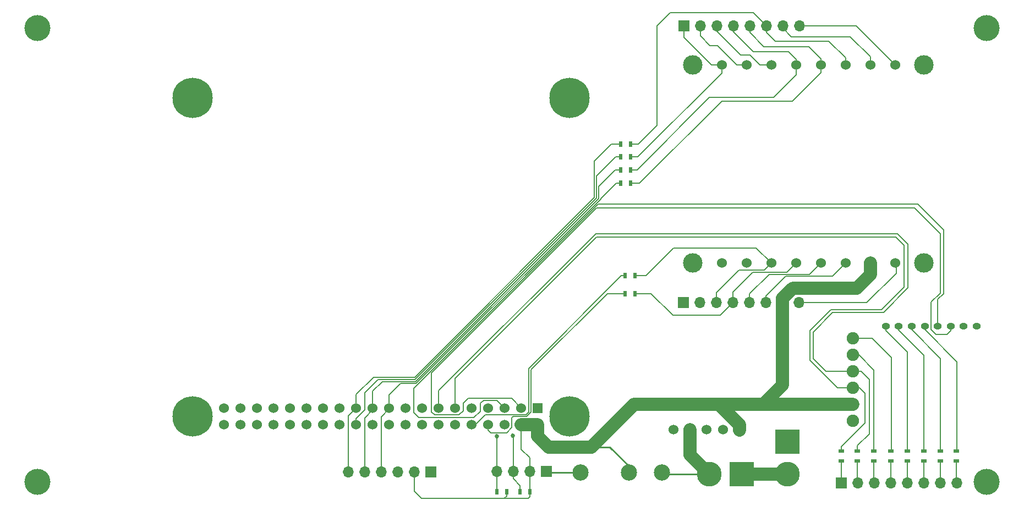
<source format=gtl>
G04 #@! TF.GenerationSoftware,KiCad,Pcbnew,(5.1.10)-1*
G04 #@! TF.CreationDate,2022-04-17T04:08:04-07:00*
G04 #@! TF.ProjectId,DevelopmentBoard,44657665-6c6f-4706-9d65-6e74426f6172,rev?*
G04 #@! TF.SameCoordinates,Original*
G04 #@! TF.FileFunction,Copper,L1,Top*
G04 #@! TF.FilePolarity,Positive*
%FSLAX46Y46*%
G04 Gerber Fmt 4.6, Leading zero omitted, Abs format (unit mm)*
G04 Created by KiCad (PCBNEW (5.1.10)-1) date 2022-04-17 04:08:04*
%MOMM*%
%LPD*%
G01*
G04 APERTURE LIST*
G04 #@! TA.AperFunction,ComponentPad*
%ADD10C,1.524000*%
G04 #@! TD*
G04 #@! TA.AperFunction,ComponentPad*
%ADD11R,1.524000X1.524000*%
G04 #@! TD*
G04 #@! TA.AperFunction,ComponentPad*
%ADD12C,6.200000*%
G04 #@! TD*
G04 #@! TA.AperFunction,ComponentPad*
%ADD13C,3.000000*%
G04 #@! TD*
G04 #@! TA.AperFunction,ComponentPad*
%ADD14O,1.700000X1.700000*%
G04 #@! TD*
G04 #@! TA.AperFunction,ComponentPad*
%ADD15R,1.700000X1.700000*%
G04 #@! TD*
G04 #@! TA.AperFunction,ComponentPad*
%ADD16C,1.900000*%
G04 #@! TD*
G04 #@! TA.AperFunction,ComponentPad*
%ADD17O,1.270000X1.000000*%
G04 #@! TD*
G04 #@! TA.AperFunction,SMDPad,CuDef*
%ADD18R,0.600000X0.900000*%
G04 #@! TD*
G04 #@! TA.AperFunction,SMDPad,CuDef*
%ADD19R,0.900000X0.600000*%
G04 #@! TD*
G04 #@! TA.AperFunction,SMDPad,CuDef*
%ADD20C,2.500000*%
G04 #@! TD*
G04 #@! TA.AperFunction,ComponentPad*
%ADD21C,3.800000*%
G04 #@! TD*
G04 #@! TA.AperFunction,ComponentPad*
%ADD22R,3.800000X3.800000*%
G04 #@! TD*
G04 #@! TA.AperFunction,ViaPad*
%ADD23C,4.000000*%
G04 #@! TD*
G04 #@! TA.AperFunction,ViaPad*
%ADD24C,0.685800*%
G04 #@! TD*
G04 #@! TA.AperFunction,Conductor*
%ADD25C,0.150000*%
G04 #@! TD*
G04 #@! TA.AperFunction,Conductor*
%ADD26C,0.254000*%
G04 #@! TD*
G04 #@! TA.AperFunction,Conductor*
%ADD27C,2.000000*%
G04 #@! TD*
G04 APERTURE END LIST*
D10*
X104613500Y-126633500D03*
X107153500Y-126633500D03*
X109693500Y-126633500D03*
X112233500Y-126633500D03*
X114773500Y-126633500D03*
X117313500Y-126633500D03*
X104613500Y-124093500D03*
X107153500Y-124093500D03*
X109693500Y-124093500D03*
X112233500Y-124093500D03*
X114773500Y-124093500D03*
X117313500Y-124093500D03*
X119853500Y-126633500D03*
X119853500Y-124093500D03*
X122393500Y-126633500D03*
X124933500Y-126633500D03*
X127473500Y-126633500D03*
X130013500Y-126633500D03*
X132553500Y-126633500D03*
X135093500Y-126633500D03*
X122393500Y-124093500D03*
X124933500Y-124093500D03*
X127473500Y-124093500D03*
X130013500Y-124093500D03*
X132553500Y-124093500D03*
X135093500Y-124093500D03*
X137633500Y-126633500D03*
X137633500Y-124093500D03*
X140173500Y-126633500D03*
X142713500Y-126633500D03*
X145253500Y-126633500D03*
X147793500Y-126633500D03*
X150333500Y-126633500D03*
X152873500Y-126633500D03*
X140173500Y-124093500D03*
X142713500Y-124093500D03*
X145253500Y-124093500D03*
X147793500Y-124093500D03*
X150333500Y-124093500D03*
D11*
X152873500Y-124093500D03*
D12*
X157743500Y-125363500D03*
X99743500Y-125363500D03*
X99743500Y-76363500D03*
X157743500Y-76363500D03*
D10*
X196436000Y-71316000D03*
X188816000Y-71316000D03*
X185006000Y-71316000D03*
X200246000Y-71316000D03*
X204056000Y-71316000D03*
X192626000Y-71316000D03*
X181196000Y-71316000D03*
X207866000Y-71316000D03*
X207866000Y-101796000D03*
X204056000Y-101796000D03*
X200246000Y-101796000D03*
X196436000Y-101796000D03*
X181196000Y-101796000D03*
X185006000Y-101796000D03*
X188816000Y-101796000D03*
X192626000Y-101796000D03*
D13*
X212311000Y-71316000D03*
X212311000Y-101796000D03*
X176751000Y-101796000D03*
X176751000Y-71316000D03*
D14*
X193096000Y-107906000D03*
X190556000Y-107906000D03*
X188016000Y-107906000D03*
X185476000Y-107906000D03*
X182936000Y-107906000D03*
X180396000Y-107906000D03*
X177856000Y-107906000D03*
D15*
X175316000Y-107906000D03*
D16*
X201386000Y-115956000D03*
D17*
X218416000Y-111506000D03*
D16*
X201386000Y-121036000D03*
X201386000Y-126116000D03*
D17*
X220416000Y-111506000D03*
D16*
X201386000Y-123576000D03*
D17*
X214416000Y-111506000D03*
D16*
X201386000Y-118496000D03*
X201386000Y-113416000D03*
D17*
X216416000Y-111506000D03*
X206416000Y-111506000D03*
X210416000Y-111506000D03*
X208416000Y-111506000D03*
X212416000Y-111506000D03*
D15*
X154186000Y-133906000D03*
D14*
X151646000Y-133906000D03*
X149106000Y-133906000D03*
X146566000Y-133906000D03*
D18*
X150166000Y-137006000D03*
X151666000Y-137006000D03*
X167816000Y-106506000D03*
X166316000Y-106506000D03*
X146566000Y-137006000D03*
X148066000Y-137006000D03*
X166316000Y-103716000D03*
X167816000Y-103716000D03*
D19*
X217316000Y-132244420D03*
X217316000Y-130744420D03*
X214816000Y-130750200D03*
X214816000Y-132250200D03*
X212266000Y-132242580D03*
X212266000Y-130742580D03*
X209716000Y-130736800D03*
X209716000Y-132236800D03*
X207216000Y-132234960D03*
X207216000Y-130734960D03*
X204616000Y-130734960D03*
X204616000Y-132234960D03*
X202066000Y-132247660D03*
X202066000Y-130747660D03*
X199566000Y-132256000D03*
X199566000Y-130756000D03*
D20*
X171956500Y-134074000D03*
X159466000Y-134006000D03*
X166866000Y-134006000D03*
D10*
X178806000Y-127476000D03*
X181346000Y-127476000D03*
X183896000Y-127486000D03*
X176266000Y-127476000D03*
X173726000Y-127476000D03*
D15*
X199566000Y-135606000D03*
D14*
X202106000Y-135606000D03*
X204646000Y-135606000D03*
X207186000Y-135606000D03*
X209726000Y-135606000D03*
X212266000Y-135606000D03*
X214806000Y-135606000D03*
X217346000Y-135606000D03*
D15*
X136436000Y-133956000D03*
D14*
X133896000Y-133956000D03*
X131356000Y-133956000D03*
X128816000Y-133956000D03*
X126276000Y-133956000D03*
X123736000Y-133956000D03*
D21*
X191266000Y-134306000D03*
D22*
X191266000Y-129306000D03*
X184266000Y-134306000D03*
D21*
X179266000Y-134306000D03*
D15*
X175336000Y-65306000D03*
D14*
X177876000Y-65306000D03*
X180416000Y-65306000D03*
X182956000Y-65306000D03*
X185496000Y-65306000D03*
X188036000Y-65306000D03*
X190576000Y-65306000D03*
X193116000Y-65306000D03*
D18*
X167156000Y-83456000D03*
X165656000Y-83456000D03*
X165668000Y-89504500D03*
X167168000Y-89504500D03*
X165666000Y-87446000D03*
X167166000Y-87446000D03*
X167168000Y-85440500D03*
X165668000Y-85440500D03*
D23*
X75881000Y-135471000D03*
X75881000Y-65621000D03*
X221931000Y-65621000D03*
X221931000Y-135471000D03*
D24*
X146566000Y-128450900D03*
X149066000Y-128406004D03*
D25*
X204616000Y-118256000D02*
X204616000Y-130734960D01*
X202316000Y-115956000D02*
X204616000Y-118256000D01*
X201386000Y-115956000D02*
X202316000Y-115956000D01*
D26*
X154286000Y-134006000D02*
X154186000Y-133906000D01*
X159466000Y-134006000D02*
X154286000Y-134006000D01*
D25*
X199016000Y-121036000D02*
X201386000Y-121036000D01*
X194766000Y-116786000D02*
X199016000Y-121036000D01*
X194766000Y-112206000D02*
X194766000Y-116786000D01*
X205766000Y-109006000D02*
X197966000Y-109006000D01*
X209266000Y-105506000D02*
X205766000Y-109006000D01*
X209266000Y-99106000D02*
X209266000Y-105506000D01*
X207966000Y-97806000D02*
X209266000Y-99106000D01*
X197966000Y-109006000D02*
X194766000Y-112206000D01*
X161906000Y-97806000D02*
X207966000Y-97806000D01*
X140173500Y-119538500D02*
X161906000Y-97806000D01*
X140173500Y-124093500D02*
X140173500Y-119538500D01*
X202396000Y-121036000D02*
X201386000Y-121036000D01*
X203246000Y-121886000D02*
X202396000Y-121036000D01*
X203246000Y-126376000D02*
X203246000Y-121886000D01*
X199566000Y-130056000D02*
X203246000Y-126376000D01*
X199566000Y-130756000D02*
X199566000Y-130056000D01*
D27*
X150333500Y-126633500D02*
X152873500Y-126633500D01*
D25*
X150333500Y-130473500D02*
X150333500Y-126633500D01*
X151646000Y-131786000D02*
X150333500Y-130473500D01*
X151646000Y-133906000D02*
X151646000Y-131786000D01*
X151646000Y-136986000D02*
X151666000Y-137006000D01*
X151646000Y-133906000D02*
X151646000Y-136986000D01*
D27*
X161166000Y-130106000D02*
X167696000Y-123576000D01*
X154566000Y-130106000D02*
X161166000Y-130106000D01*
X152873500Y-128413500D02*
X154566000Y-130106000D01*
X152873500Y-126633500D02*
X152873500Y-128413500D01*
X167696000Y-123576000D02*
X180796000Y-123576000D01*
X183896000Y-126686000D02*
X183896000Y-127486000D01*
X180796000Y-123586000D02*
X183896000Y-126686000D01*
X180796000Y-123576000D02*
X180796000Y-123586000D01*
X190556000Y-120566000D02*
X187546000Y-123576000D01*
X190556000Y-107906000D02*
X190556000Y-120566000D01*
X187546000Y-123576000D02*
X201386000Y-123576000D01*
X180796000Y-123576000D02*
X187546000Y-123576000D01*
X190556000Y-107206102D02*
X190556000Y-107906000D01*
X201916000Y-105656000D02*
X192106102Y-105656000D01*
X204056000Y-103516000D02*
X201916000Y-105656000D01*
X192106102Y-105656000D02*
X190556000Y-107206102D01*
X204056000Y-101796000D02*
X204056000Y-103516000D01*
D25*
X133896000Y-136886000D02*
X133896000Y-133956000D01*
X135021000Y-138011000D02*
X133896000Y-136886000D01*
X147699500Y-138011000D02*
X135021000Y-138011000D01*
X147705250Y-138016750D02*
X147699500Y-138011000D01*
D26*
X166866000Y-133036000D02*
X166866000Y-134006000D01*
X163936000Y-130106000D02*
X166866000Y-133036000D01*
X161166000Y-130106000D02*
X163936000Y-130106000D01*
D25*
X147706000Y-138016000D02*
X147705250Y-138016750D01*
X151406000Y-138016000D02*
X147706000Y-138016000D01*
X151666000Y-137756000D02*
X151406000Y-138016000D01*
X151666000Y-137006000D02*
X151666000Y-137756000D01*
X148066000Y-137656000D02*
X148066000Y-137006000D01*
X147705250Y-138016750D02*
X148066000Y-137656000D01*
D26*
X147793500Y-123583500D02*
X147793500Y-124093500D01*
D25*
X146566000Y-128450900D02*
X146566000Y-133906000D01*
X146566000Y-133906000D02*
X146566000Y-137006000D01*
X146606000Y-122906000D02*
X147793500Y-124093500D01*
X214416000Y-111506000D02*
X214426000Y-111496000D01*
X214426000Y-111496000D02*
X214426000Y-107386000D01*
X214426000Y-107386000D02*
X215316000Y-106496000D01*
X144516000Y-122906000D02*
X146606000Y-122906000D01*
X215316000Y-96706000D02*
X211366000Y-92756000D01*
X215316000Y-106496000D02*
X215316000Y-96706000D01*
X133816000Y-121065756D02*
X133816000Y-124806000D01*
X211366000Y-92756000D02*
X162125756Y-92756000D01*
X144016000Y-124606000D02*
X144016000Y-123406000D01*
X162125756Y-92756000D02*
X133816000Y-121065756D01*
X133816000Y-124806000D02*
X134593010Y-125583010D01*
X134593010Y-125583010D02*
X143038990Y-125583010D01*
X143038990Y-125583010D02*
X144016000Y-124606000D01*
X144016000Y-123406000D02*
X144516000Y-122906000D01*
D26*
X137597920Y-124057920D02*
X137633500Y-124093500D01*
D25*
X202066000Y-129906000D02*
X202066000Y-130747660D01*
X203866000Y-128106000D02*
X202066000Y-129906000D01*
X203866000Y-119756000D02*
X203866000Y-128106000D01*
X202606000Y-118496000D02*
X203866000Y-119756000D01*
X201386000Y-118496000D02*
X202606000Y-118496000D01*
X161806000Y-97256000D02*
X137633500Y-121428500D01*
X209866000Y-98906000D02*
X208216000Y-97256000D01*
X209866000Y-105606000D02*
X209866000Y-98906000D01*
X137633500Y-121428500D02*
X137633500Y-124093500D01*
X206066000Y-109406000D02*
X209866000Y-105606000D01*
X208216000Y-97256000D02*
X161806000Y-97256000D01*
X195266000Y-112406000D02*
X198266000Y-109406000D01*
X195266000Y-116506000D02*
X195266000Y-112406000D01*
X197256000Y-118496000D02*
X195266000Y-116506000D01*
X198266000Y-109406000D02*
X206066000Y-109406000D01*
X201386000Y-118496000D02*
X197256000Y-118496000D01*
X204326000Y-113416000D02*
X201386000Y-113416000D01*
X207266000Y-130684960D02*
X207266000Y-116356000D01*
X207266000Y-116356000D02*
X204326000Y-113416000D01*
X207216000Y-130734960D02*
X207266000Y-130684960D01*
X149106000Y-133906000D02*
X149106000Y-128446004D01*
X149106000Y-128446004D02*
X149066000Y-128406004D01*
X150166000Y-136056000D02*
X150166000Y-137006000D01*
X149106000Y-134996000D02*
X150166000Y-136056000D01*
X149106000Y-133906000D02*
X149106000Y-134996000D01*
X148868990Y-122628990D02*
X150333500Y-124093500D01*
X142151258Y-122628990D02*
X148868990Y-122628990D01*
X141388989Y-123391259D02*
X142151258Y-122628990D01*
X140766000Y-125156000D02*
X141388989Y-124533011D01*
X216416000Y-111506000D02*
X216416000Y-112216000D01*
X215866000Y-112766000D02*
X214176000Y-112766000D01*
X216416000Y-112216000D02*
X215866000Y-112766000D01*
X161940497Y-93333011D02*
X136543011Y-118730497D01*
X214176000Y-112766000D02*
X213416000Y-112006000D01*
X214788989Y-106433011D02*
X214788989Y-97278989D01*
X213416000Y-112006000D02*
X213416000Y-107806000D01*
X137016000Y-125156000D02*
X140766000Y-125156000D01*
X213416000Y-107806000D02*
X214788989Y-106433011D01*
X210843011Y-93333011D02*
X161940497Y-93333011D01*
X214788989Y-97278989D02*
X210843011Y-93333011D01*
X136543011Y-118730497D02*
X136543011Y-124683011D01*
X141388989Y-124533011D02*
X141388989Y-123391259D01*
X136543011Y-124683011D02*
X137016000Y-125156000D01*
X206466000Y-112156000D02*
X206466000Y-111556000D01*
X209766000Y-115456000D02*
X206466000Y-112156000D01*
X209766000Y-130686800D02*
X209766000Y-115456000D01*
X209716000Y-130736800D02*
X209766000Y-130686800D01*
X210416000Y-112056000D02*
X210416000Y-111506000D01*
X214866000Y-116506000D02*
X210416000Y-112056000D01*
X214866000Y-130700200D02*
X214866000Y-116506000D01*
X214816000Y-130750200D02*
X214866000Y-130700200D01*
X208416000Y-112106000D02*
X208416000Y-111506000D01*
X212316000Y-116006000D02*
X208416000Y-112106000D01*
X212316000Y-130692580D02*
X212316000Y-116006000D01*
X212266000Y-130742580D02*
X212316000Y-130692580D01*
X212416000Y-112056000D02*
X212416000Y-111506000D01*
X217366000Y-117006000D02*
X212416000Y-112056000D01*
X217366000Y-130694420D02*
X217366000Y-117006000D01*
X217316000Y-130744420D02*
X217366000Y-130694420D01*
X182936000Y-107906000D02*
X180986000Y-109856000D01*
X180986000Y-109856000D02*
X173666000Y-109856000D01*
X170316000Y-106506000D02*
X167816000Y-106506000D01*
X173666000Y-109856000D02*
X170316000Y-106506000D01*
X182936000Y-106286000D02*
X182936000Y-107906000D01*
X185970020Y-103251980D02*
X182936000Y-106286000D01*
X191170020Y-103251980D02*
X185970020Y-103251980D01*
X192626000Y-101796000D02*
X191170020Y-103251980D01*
X145253500Y-127493500D02*
X145253500Y-126633500D01*
X148066000Y-127906000D02*
X145666000Y-127906000D01*
X148866000Y-127106000D02*
X148066000Y-127906000D01*
X145666000Y-127906000D02*
X145253500Y-127493500D01*
X148866000Y-125606000D02*
X148866000Y-127106000D01*
X151866000Y-124697752D02*
X151180741Y-125383011D01*
X151866000Y-118206000D02*
X151866000Y-124697752D01*
X149088989Y-125383011D02*
X148866000Y-125606000D01*
X151180741Y-125383011D02*
X149088989Y-125383011D01*
X163566000Y-106506000D02*
X151866000Y-118206000D01*
X166316000Y-106506000D02*
X163566000Y-106506000D01*
X143288500Y-126633500D02*
X142713500Y-126633500D01*
X151066000Y-125106000D02*
X144816000Y-125106000D01*
X151466000Y-124706000D02*
X151066000Y-125106000D01*
X151466000Y-118006000D02*
X151466000Y-124706000D01*
X165756000Y-103716000D02*
X151466000Y-118006000D01*
X166356000Y-103716000D02*
X165756000Y-103716000D01*
X144816000Y-125106000D02*
X143288500Y-126633500D01*
X166366000Y-103706000D02*
X166356000Y-103716000D01*
X180396000Y-106326000D02*
X180396000Y-107906000D01*
X183816000Y-102906000D02*
X180396000Y-106326000D01*
X187706000Y-102906000D02*
X183816000Y-102906000D01*
X188816000Y-101796000D02*
X187706000Y-102906000D01*
X186486500Y-99466500D02*
X188816000Y-101796000D01*
X173755500Y-99466500D02*
X186486500Y-99466500D01*
X169506000Y-103716000D02*
X173755500Y-99466500D01*
X167876000Y-103716000D02*
X169506000Y-103716000D01*
X167866000Y-103706000D02*
X167876000Y-103716000D01*
X217316000Y-135576000D02*
X217346000Y-135606000D01*
X217316000Y-132244420D02*
X217316000Y-135576000D01*
X214816000Y-135596000D02*
X214806000Y-135606000D01*
X214816000Y-132250200D02*
X214816000Y-135596000D01*
X212266000Y-132242580D02*
X212266000Y-135606000D01*
X209716000Y-135596000D02*
X209726000Y-135606000D01*
X209716000Y-132236800D02*
X209716000Y-135596000D01*
X207216000Y-135576000D02*
X207186000Y-135606000D01*
X207216000Y-132234960D02*
X207216000Y-135576000D01*
X204616000Y-135576000D02*
X204646000Y-135606000D01*
X204616000Y-132234960D02*
X204616000Y-135576000D01*
X202066000Y-135566000D02*
X202106000Y-135606000D01*
X202066000Y-132247660D02*
X202066000Y-135566000D01*
X199566000Y-132256000D02*
X199566000Y-135606000D01*
D27*
X176266000Y-131306000D02*
X179266000Y-134306000D01*
X176266000Y-127476000D02*
X176266000Y-131306000D01*
D26*
X172188500Y-134306000D02*
X171956500Y-134074000D01*
X179266000Y-134306000D02*
X172188500Y-134306000D01*
D25*
X130013500Y-124258500D02*
X130013500Y-124093500D01*
X128816000Y-125456000D02*
X130013500Y-124258500D01*
X128816000Y-133956000D02*
X128816000Y-125456000D01*
X196436000Y-70376000D02*
X196436000Y-71316000D01*
X194566000Y-68506000D02*
X196436000Y-70376000D01*
X187666000Y-68506000D02*
X194566000Y-68506000D01*
X185496000Y-66336000D02*
X187666000Y-68506000D01*
X185496000Y-65306000D02*
X185496000Y-66336000D01*
X167168000Y-89504500D02*
X167196500Y-89476000D01*
X168527500Y-89504500D02*
X167168000Y-89504500D01*
X181176000Y-76856000D02*
X168527500Y-89504500D01*
X192066000Y-76856000D02*
X181176000Y-76856000D01*
X196436000Y-72486000D02*
X192066000Y-76856000D01*
X196436000Y-71316000D02*
X196436000Y-72486000D01*
X130013500Y-123015870D02*
X130013500Y-124093500D01*
X131765983Y-120311022D02*
X130013500Y-122063504D01*
X134178982Y-120311022D02*
X131765983Y-120311022D01*
X162558500Y-91931504D02*
X134178982Y-120311022D01*
X130013500Y-122063504D02*
X130013500Y-123015870D01*
X162558500Y-91913500D02*
X162558500Y-91931504D01*
X164967500Y-89504500D02*
X162558500Y-91913500D01*
X165668000Y-89504500D02*
X164967500Y-89504500D01*
X187076000Y-71316000D02*
X188816000Y-71316000D01*
X185566000Y-69806000D02*
X187076000Y-71316000D01*
X184116000Y-69806000D02*
X185566000Y-69806000D01*
X180416000Y-66106000D02*
X184116000Y-69806000D01*
X180416000Y-65306000D02*
X180416000Y-66106000D01*
X180536000Y-68326000D02*
X183526000Y-71316000D01*
X179386000Y-68326000D02*
X180536000Y-68326000D01*
X177876000Y-66816000D02*
X179386000Y-68326000D01*
X183526000Y-71316000D02*
X185006000Y-71316000D01*
X177876000Y-65306000D02*
X177876000Y-66816000D01*
X123736000Y-125291000D02*
X124933500Y-124093500D01*
X123736000Y-133956000D02*
X123736000Y-125291000D01*
X200246000Y-70236000D02*
X200246000Y-71316000D01*
X197666000Y-67656000D02*
X200246000Y-70236000D01*
X189416000Y-67656000D02*
X197666000Y-67656000D01*
X188036000Y-66276000D02*
X189416000Y-67656000D01*
X188036000Y-65306000D02*
X188036000Y-66276000D01*
X168360000Y-83472000D02*
X167104500Y-83472000D01*
X171258000Y-80574000D02*
X168360000Y-83472000D01*
X171258000Y-65303500D02*
X171258000Y-80574000D01*
X173290000Y-63271500D02*
X171258000Y-65303500D01*
X186001500Y-63271500D02*
X173290000Y-63271500D01*
X188036000Y-65306000D02*
X186001500Y-63271500D01*
X124933500Y-122042000D02*
X124933500Y-124093500D01*
X127600500Y-119375000D02*
X124933500Y-122042000D01*
X133939750Y-119375000D02*
X127600500Y-119375000D01*
X161606000Y-91708750D02*
X133939750Y-119375000D01*
X161606000Y-86086000D02*
X161606000Y-91708750D01*
X164220000Y-83472000D02*
X161606000Y-86086000D01*
X165604500Y-83472000D02*
X164220000Y-83472000D01*
X204056000Y-70031000D02*
X204056000Y-71316000D01*
X200981000Y-66956000D02*
X204056000Y-70031000D01*
X191896000Y-66956000D02*
X200981000Y-66956000D01*
X190576000Y-65636000D02*
X191896000Y-66956000D01*
X190576000Y-65306000D02*
X190576000Y-65636000D01*
X127473500Y-124423500D02*
X126276000Y-125621000D01*
X126276000Y-125621000D02*
X126276000Y-133956000D01*
X127473500Y-124093500D02*
X127473500Y-124423500D01*
X192626000Y-70416000D02*
X192626000Y-71316000D01*
X191466000Y-69256000D02*
X192626000Y-70416000D01*
X186016000Y-69256000D02*
X191466000Y-69256000D01*
X182956000Y-66196000D02*
X186016000Y-69256000D01*
X182956000Y-65306000D02*
X182956000Y-66196000D01*
X167270000Y-87446000D02*
X167180000Y-87536000D01*
X168166000Y-87446000D02*
X167270000Y-87446000D01*
X179306000Y-76306000D02*
X168166000Y-87446000D01*
X189153500Y-76306000D02*
X179306000Y-76306000D01*
X192626000Y-72833500D02*
X189153500Y-76306000D01*
X192626000Y-71316000D02*
X192626000Y-72833500D01*
X128977989Y-120034011D02*
X127473500Y-121538500D01*
X134064241Y-120034011D02*
X128977989Y-120034011D01*
X127473500Y-123015870D02*
X127473500Y-124093500D01*
X162241000Y-89991000D02*
X162241000Y-91857252D01*
X164786000Y-87446000D02*
X162241000Y-89991000D01*
X162241000Y-91857252D02*
X134064241Y-120034011D01*
X165590000Y-87446000D02*
X164786000Y-87446000D01*
X127473500Y-121538500D02*
X127473500Y-123015870D01*
X165680000Y-87536000D02*
X165590000Y-87446000D01*
X179626000Y-71316000D02*
X181196000Y-71316000D01*
X175336000Y-67026000D02*
X179626000Y-71316000D01*
X175336000Y-65306000D02*
X175336000Y-67026000D01*
X168291500Y-85440500D02*
X167168000Y-85440500D01*
X181196000Y-72536000D02*
X168291500Y-85440500D01*
X181196000Y-71316000D02*
X181196000Y-72536000D01*
X124933500Y-125738500D02*
X124933500Y-126633500D01*
X126266000Y-121766000D02*
X126266000Y-124406000D01*
X128309000Y-119723000D02*
X126266000Y-121766000D01*
X133983500Y-119723000D02*
X128309000Y-119723000D01*
X161923500Y-91783000D02*
X133983500Y-119723000D01*
X126266000Y-124406000D02*
X124933500Y-125738500D01*
X161923500Y-88428500D02*
X161923500Y-91783000D01*
X164911500Y-85440500D02*
X161923500Y-88428500D01*
X165668000Y-85440500D02*
X164911500Y-85440500D01*
X201856000Y-65306000D02*
X207866000Y-71316000D01*
X193116000Y-65306000D02*
X201856000Y-65306000D01*
D27*
X191266000Y-134306000D02*
X184266000Y-134306000D01*
D25*
X208016000Y-103406000D02*
X208016000Y-101806000D01*
X203516000Y-107906000D02*
X208016000Y-103406000D01*
X193096000Y-107906000D02*
X203516000Y-107906000D01*
X191066000Y-103806000D02*
X188016000Y-106856000D01*
X188016000Y-106856000D02*
X188016000Y-107906000D01*
X198236000Y-103806000D02*
X191066000Y-103806000D01*
X200246000Y-101796000D02*
X198236000Y-103806000D01*
X194703010Y-103528990D02*
X188493010Y-103528990D01*
X196436000Y-101796000D02*
X194703010Y-103528990D01*
X185476000Y-106546000D02*
X185476000Y-107906000D01*
X188493010Y-103528990D02*
X185476000Y-106546000D01*
M02*

</source>
